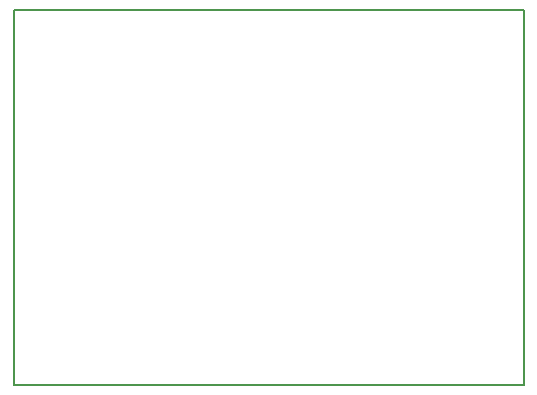
<source format=gbr>
%TF.GenerationSoftware,KiCad,Pcbnew,(5.0.1)-3*%
%TF.CreationDate,2019-10-12T21:06:36-05:00*%
%TF.ProjectId,pet_feeder,7065745F6665656465722E6B69636164,rev?*%
%TF.SameCoordinates,Original*%
%TF.FileFunction,Profile,NP*%
%FSLAX46Y46*%
G04 Gerber Fmt 4.6, Leading zero omitted, Abs format (unit mm)*
G04 Created by KiCad (PCBNEW (5.0.1)-3) date 10/12/2019 9:06:36 PM*
%MOMM*%
%LPD*%
G01*
G04 APERTURE LIST*
%ADD10C,0.150000*%
G04 APERTURE END LIST*
D10*
X123190000Y-69850000D02*
X123190000Y-91440000D01*
X166370000Y-69850000D02*
X123190000Y-69850000D01*
X166370000Y-101600000D02*
X166370000Y-69850000D01*
X123190000Y-101600000D02*
X166370000Y-101600000D01*
X123190000Y-91440000D02*
X123190000Y-101600000D01*
M02*

</source>
